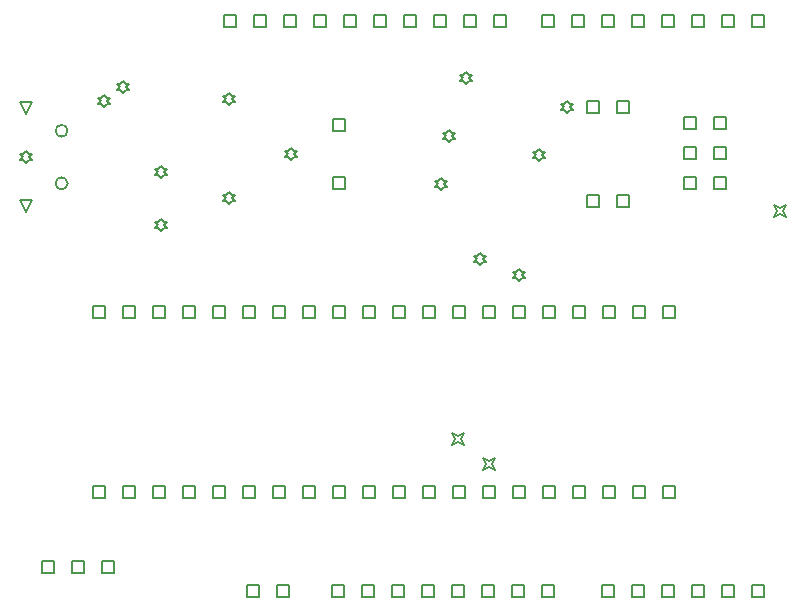
<source format=gbr>
%TF.GenerationSoftware,Altium Limited,Altium Designer,20.2.6 (244)*%
G04 Layer_Color=2752767*
%FSLAX26Y26*%
%MOIN*%
%TF.SameCoordinates,5A7C1849-F1A5-4743-A48D-7E663CB7BB3B*%
%TF.FilePolarity,Positive*%
%TF.FileFunction,Drawing*%
%TF.Part,Single*%
G01*
G75*
%TA.AperFunction,NonConductor*%
%ADD52C,0.005000*%
%ADD65C,0.006667*%
D52*
X796142Y80000D02*
Y120000D01*
X836142D01*
Y80000D01*
X796142D01*
X896142D02*
Y120000D01*
X936142D01*
Y80000D01*
X896142D01*
X2181968Y1008346D02*
Y1048347D01*
X2221968D01*
Y1008346D01*
X2181968D01*
X2081968D02*
Y1048347D01*
X2121968D01*
Y1008346D01*
X2081968D01*
X1981968D02*
Y1048347D01*
X2021968D01*
Y1008346D01*
X1981968D01*
X1881968D02*
Y1048347D01*
X1921968D01*
Y1008346D01*
X1881968D01*
X1781968D02*
Y1048347D01*
X1821968D01*
Y1008346D01*
X1781968D01*
X1681968D02*
Y1048347D01*
X1721968D01*
Y1008346D01*
X1681968D01*
X1581968D02*
Y1048347D01*
X1621968D01*
Y1008346D01*
X1581968D01*
X1481968D02*
Y1048347D01*
X1521968D01*
Y1008346D01*
X1481968D01*
X1381968D02*
Y1048347D01*
X1421968D01*
Y1008346D01*
X1381968D01*
X1281968D02*
Y1048347D01*
X1321968D01*
Y1008346D01*
X1281968D01*
X1181968D02*
Y1048347D01*
X1221968D01*
Y1008346D01*
X1181968D01*
X1081968D02*
Y1048347D01*
X1121968D01*
Y1008346D01*
X1081968D01*
X981968D02*
Y1048347D01*
X1021968D01*
Y1008346D01*
X981968D01*
X881968D02*
Y1048347D01*
X921968D01*
Y1008346D01*
X881968D01*
X781968D02*
Y1048347D01*
X821968D01*
Y1008346D01*
X781968D01*
X681968D02*
Y1048347D01*
X721968D01*
Y1008346D01*
X681968D01*
X581968D02*
Y1048347D01*
X621968D01*
Y1008346D01*
X581968D01*
X481969D02*
Y1048347D01*
X521968D01*
Y1008346D01*
X481969D01*
X381969D02*
Y1048347D01*
X421969D01*
Y1008346D01*
X381969D01*
X281969D02*
Y1048347D01*
X321969D01*
Y1008346D01*
X281969D01*
X2181968Y408346D02*
Y448346D01*
X2221968D01*
Y408346D01*
X2181968D01*
X2081968D02*
Y448346D01*
X2121968D01*
Y408346D01*
X2081968D01*
X1981968D02*
Y448346D01*
X2021968D01*
Y408346D01*
X1981968D01*
X1881968D02*
Y448346D01*
X1921968D01*
Y408346D01*
X1881968D01*
X1781968D02*
Y448346D01*
X1821968D01*
Y408346D01*
X1781968D01*
X1681968D02*
Y448346D01*
X1721968D01*
Y408346D01*
X1681968D01*
X1581968D02*
Y448346D01*
X1621968D01*
Y408346D01*
X1581968D01*
X1481968D02*
Y448346D01*
X1521968D01*
Y408346D01*
X1481968D01*
X1381968D02*
Y448346D01*
X1421968D01*
Y408346D01*
X1381968D01*
X1281968D02*
Y448346D01*
X1321968D01*
Y408346D01*
X1281968D01*
X1181968D02*
Y448346D01*
X1221968D01*
Y408346D01*
X1181968D01*
X1081968D02*
Y448346D01*
X1121968D01*
Y408346D01*
X1081968D01*
X981968D02*
Y448346D01*
X1021968D01*
Y408346D01*
X981968D01*
X881968D02*
Y448346D01*
X921968D01*
Y408346D01*
X881968D01*
X781968D02*
Y448346D01*
X821968D01*
Y408346D01*
X781968D01*
X681968D02*
Y448346D01*
X721968D01*
Y408346D01*
X681968D01*
X581968D02*
Y448346D01*
X621968D01*
Y408346D01*
X581968D01*
X481969D02*
Y448346D01*
X521968D01*
Y408346D01*
X481969D01*
X381969D02*
Y448346D01*
X421969D01*
Y408346D01*
X381969D01*
X281969D02*
Y448346D01*
X321969D01*
Y408346D01*
X281969D01*
X920000Y1980000D02*
Y2020000D01*
X960000D01*
Y1980000D01*
X920000D01*
X1020000D02*
Y2020000D01*
X1060000D01*
Y1980000D01*
X1020000D01*
X1220000D02*
Y2020000D01*
X1260000D01*
Y1980000D01*
X1220000D01*
X1420000D02*
Y2020000D01*
X1460000D01*
Y1980000D01*
X1420000D01*
X1620000D02*
Y2020000D01*
X1660000D01*
Y1980000D01*
X1620000D01*
X1520000D02*
Y2020000D01*
X1560000D01*
Y1980000D01*
X1520000D01*
X1320000D02*
Y2020000D01*
X1360000D01*
Y1980000D01*
X1320000D01*
X1120000D02*
Y2020000D01*
X1160000D01*
Y1980000D01*
X1120000D01*
X820000D02*
Y2020000D01*
X860000D01*
Y1980000D01*
X820000D01*
X720000D02*
Y2020000D01*
X760000D01*
Y1980000D01*
X720000D01*
X1780000D02*
Y2020000D01*
X1820000D01*
Y1980000D01*
X1780000D01*
X1880000D02*
Y2020000D01*
X1920000D01*
Y1980000D01*
X1880000D01*
X2080000D02*
Y2020000D01*
X2120000D01*
Y1980000D01*
X2080000D01*
X2480000D02*
Y2020000D01*
X2520000D01*
Y1980000D01*
X2480000D01*
X1980000D02*
Y2020000D01*
X2020000D01*
Y1980000D01*
X1980000D01*
X2180000D02*
Y2020000D01*
X2220000D01*
Y1980000D01*
X2180000D01*
X2280000D02*
Y2020000D01*
X2320000D01*
Y1980000D01*
X2280000D01*
X2380000D02*
Y2020000D01*
X2420000D01*
Y1980000D01*
X2380000D01*
X1980000Y80000D02*
Y120000D01*
X2020000D01*
Y80000D01*
X1980000D01*
X2080000D02*
Y120000D01*
X2120000D01*
Y80000D01*
X2080000D01*
X2280000D02*
Y120000D01*
X2320000D01*
Y80000D01*
X2280000D01*
X2480000D02*
Y120000D01*
X2520000D01*
Y80000D01*
X2480000D01*
X2380000D02*
Y120000D01*
X2420000D01*
Y80000D01*
X2380000D01*
X2180000D02*
Y120000D01*
X2220000D01*
Y80000D01*
X2180000D01*
X1280000D02*
Y120000D01*
X1320000D01*
Y80000D01*
X1280000D01*
X1780000D02*
Y120000D01*
X1820000D01*
Y80000D01*
X1780000D01*
X1380000D02*
Y120000D01*
X1420000D01*
Y80000D01*
X1380000D01*
X1180000D02*
Y120000D01*
X1220000D01*
Y80000D01*
X1180000D01*
X1080000D02*
Y120000D01*
X1120000D01*
Y80000D01*
X1080000D01*
X1480000D02*
Y120000D01*
X1520000D01*
Y80000D01*
X1480000D01*
X1580000D02*
Y120000D01*
X1620000D01*
Y80000D01*
X1580000D01*
X1680000D02*
Y120000D01*
X1720000D01*
Y80000D01*
X1680000D01*
X1082362Y1631181D02*
Y1671181D01*
X1122362D01*
Y1631181D01*
X1082362D01*
Y1439055D02*
Y1479055D01*
X1122362D01*
Y1439055D01*
X1082362D01*
X2030000Y1377638D02*
Y1417638D01*
X2070000D01*
Y1377638D01*
X2030000D01*
X1930000D02*
Y1417638D01*
X1970000D01*
Y1377638D01*
X1930000D01*
Y1692598D02*
Y1732598D01*
X1970000D01*
Y1692598D01*
X1930000D01*
X2030000D02*
Y1732598D01*
X2070000D01*
Y1692598D01*
X2030000D01*
X315000Y160000D02*
Y200000D01*
X355000D01*
Y160000D01*
X315000D01*
X215000D02*
Y200000D01*
X255000D01*
Y160000D01*
X215000D01*
X115000D02*
Y200000D01*
X155000D01*
Y160000D01*
X115000D01*
X60630Y1360905D02*
X40630Y1400905D01*
X80630D01*
X60630Y1360905D01*
Y1689646D02*
X40630Y1729646D01*
X80630D01*
X60630Y1689646D01*
X2352835Y1437480D02*
Y1477480D01*
X2392835D01*
Y1437480D01*
X2352835D01*
X2252835D02*
Y1477480D01*
X2292835D01*
Y1437480D01*
X2252835D01*
X2352835Y1537480D02*
Y1577480D01*
X2392835D01*
Y1537480D01*
X2352835D01*
Y1637480D02*
Y1677480D01*
X2392835D01*
Y1637480D01*
X2352835D01*
X2252835Y1537480D02*
Y1577480D01*
X2292835D01*
Y1537480D01*
X2252835D01*
Y1637480D02*
Y1677480D01*
X2292835D01*
Y1637480D01*
X2252835D01*
X1771653Y1533150D02*
X1781653Y1543150D01*
X1791653D01*
X1781653Y1553150D01*
X1791653Y1563150D01*
X1781653D01*
X1771653Y1573150D01*
X1761653Y1563150D01*
X1751653D01*
X1761653Y1553150D01*
X1751653Y1543150D01*
X1761653D01*
X1771653Y1533150D01*
X1583484Y501516D02*
X1593484Y521516D01*
X1583484Y541516D01*
X1603484Y531516D01*
X1623484Y541516D01*
X1613484Y521516D01*
X1623484Y501516D01*
X1603484Y511516D01*
X1583484Y501516D01*
X1701968Y1130689D02*
X1711968Y1140689D01*
X1721968D01*
X1711968Y1150689D01*
X1721968Y1160689D01*
X1711968D01*
X1701968Y1170689D01*
X1691968Y1160689D01*
X1681968D01*
X1691968Y1150689D01*
X1681968Y1140689D01*
X1691968D01*
X1701968Y1130689D01*
X1572500Y1185000D02*
X1582500Y1195000D01*
X1592500D01*
X1582500Y1205000D01*
X1592500Y1215000D01*
X1582500D01*
X1572500Y1225000D01*
X1562500Y1215000D01*
X1552500D01*
X1562500Y1205000D01*
X1552500Y1195000D01*
X1562500D01*
X1572500Y1185000D01*
X1480000Y585000D02*
X1490000Y605000D01*
X1480000Y625000D01*
X1500000Y615000D01*
X1520000Y625000D01*
X1510000Y605000D01*
X1520000Y585000D01*
X1500000Y595000D01*
X1480000Y585000D01*
X511811Y1298898D02*
X521811Y1308898D01*
X531811D01*
X521811Y1318898D01*
X531811Y1328898D01*
X521811D01*
X511811Y1338898D01*
X501811Y1328898D01*
X491811D01*
X501811Y1318898D01*
X491811Y1308898D01*
X501811D01*
X511811Y1298898D01*
Y1476063D02*
X521811Y1486063D01*
X531811D01*
X521811Y1496063D01*
X531811Y1506063D01*
X521811D01*
X511811Y1516063D01*
X501811Y1506063D01*
X491811D01*
X501811Y1496063D01*
X491811Y1486063D01*
X501811D01*
X511811Y1476063D01*
X2553681Y1345000D02*
X2563681Y1365000D01*
X2553681Y1385000D01*
X2573681Y1375000D01*
X2593681Y1385000D01*
X2583681Y1365000D01*
X2593681Y1345000D01*
X2573681Y1355000D01*
X2553681Y1345000D01*
X385000Y1760000D02*
X395000Y1770000D01*
X405000D01*
X395000Y1780000D01*
X405000Y1790000D01*
X395000D01*
X385000Y1800000D01*
X375000Y1790000D01*
X365000D01*
X375000Y1780000D01*
X365000Y1770000D01*
X375000D01*
X385000Y1760000D01*
X1865000Y1692598D02*
X1875000Y1702598D01*
X1885000D01*
X1875000Y1712598D01*
X1885000Y1722598D01*
X1875000D01*
X1865000Y1732598D01*
X1855000Y1722598D01*
X1845000D01*
X1855000Y1712598D01*
X1845000Y1702598D01*
X1855000D01*
X1865000Y1692598D01*
X60000Y1525000D02*
X70000Y1535000D01*
X80000D01*
X70000Y1545000D01*
X80000Y1555000D01*
X70000D01*
X60000Y1565000D01*
X50000Y1555000D01*
X40000D01*
X50000Y1545000D01*
X40000Y1535000D01*
X50000D01*
X60000Y1525000D01*
X944882Y1535118D02*
X954882Y1545118D01*
X964882D01*
X954882Y1555118D01*
X964882Y1565118D01*
X954882D01*
X944882Y1575118D01*
X934882Y1565118D01*
X924882D01*
X934882Y1555118D01*
X924882Y1545118D01*
X934882D01*
X944882Y1535118D01*
X1445000Y1435000D02*
X1455000Y1445000D01*
X1465000D01*
X1455000Y1455000D01*
X1465000Y1465000D01*
X1455000D01*
X1445000Y1475000D01*
X1435000Y1465000D01*
X1425000D01*
X1435000Y1455000D01*
X1425000Y1445000D01*
X1435000D01*
X1445000Y1435000D01*
X737520Y1718740D02*
X747520Y1728740D01*
X757520D01*
X747520Y1738740D01*
X757520Y1748740D01*
X747520D01*
X737520Y1758740D01*
X727520Y1748740D01*
X717520D01*
X727520Y1738740D01*
X717520Y1728740D01*
X727520D01*
X737520Y1718740D01*
Y1387480D02*
X747520Y1397480D01*
X757520D01*
X747520Y1407480D01*
X757520Y1417480D01*
X747520D01*
X737520Y1427480D01*
X727520Y1417480D01*
X717520D01*
X727520Y1407480D01*
X717520Y1397480D01*
X727520D01*
X737520Y1387480D01*
X318937Y1712284D02*
X328937Y1722284D01*
X338937D01*
X328937Y1732284D01*
X338937Y1742284D01*
X328937D01*
X318937Y1752284D01*
X308937Y1742284D01*
X298937D01*
X308937Y1732284D01*
X298937Y1722284D01*
X308937D01*
X318937Y1712284D01*
X1527559Y1789646D02*
X1537559Y1799646D01*
X1547559D01*
X1537559Y1809646D01*
X1547559Y1819646D01*
X1537559D01*
X1527559Y1829646D01*
X1517559Y1819646D01*
X1507559D01*
X1517559Y1809646D01*
X1507559Y1799646D01*
X1517559D01*
X1527559Y1789646D01*
X1469685Y1595000D02*
X1479685Y1605000D01*
X1489685D01*
X1479685Y1615000D01*
X1489685Y1625000D01*
X1479685D01*
X1469685Y1635000D01*
X1459685Y1625000D01*
X1449685D01*
X1459685Y1615000D01*
X1449685Y1605000D01*
X1459685D01*
X1469685Y1595000D01*
D65*
X198740Y1632874D02*
G03*
X198740Y1632874I-20000J0D01*
G01*
Y1457677D02*
G03*
X198740Y1457677I-20000J0D01*
G01*
%TF.MD5,451e9fa831ca584ed47c5fd13333ad1e*%
M02*

</source>
